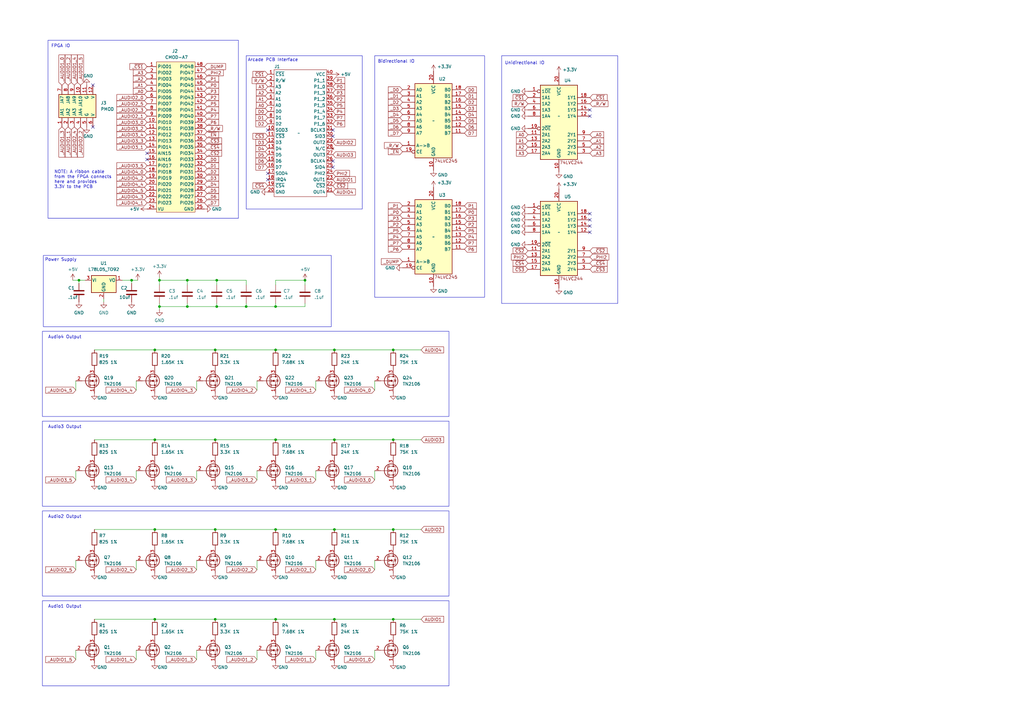
<source format=kicad_sch>
(kicad_sch (version 20230121) (generator eeschema)
  (paper "A3")
  (junction (at 113.03 217.17))
  (junction (at 137.16 254))
  (junction (at 63.5 180.34))
  (junction (at 88.9 114.935))
  (junction (at 65.405 125.73))
  (junction (at 63.5 217.17))
  (junction (at 161.29 180.34))
  (junction (at 137.16 217.17))
  (junction (at 88.265 217.17))
  (junction (at 113.03 143.51))
  (junction (at 88.265 254))
  (junction (at 137.16 143.51))
  (junction (at 113.03 125.73))
  (junction (at 63.5 143.51))
  (junction (at 65.405 114.935))
  (junction (at 161.29 217.17))
  (junction (at 137.16 180.34))
  (junction (at 88.265 180.34))
  (junction (at 125.095 114.935))
  (junction (at 113.03 180.34))
  (junction (at 161.29 254))
  (junction (at 88.9 125.73))
  (junction (at 88.265 143.51))
  (junction (at 100.965 125.73))
  (junction (at 76.835 114.935))
  (junction (at 161.29 143.51))
  (junction (at 53.975 114.935))
  (junction (at 63.5 254))
  (junction (at 32.385 114.935))
  (junction (at 76.835 125.73))
  (junction (at 113.03 254))
  (no_connect (at 241.935 45.085))
  (no_connect (at 136.525 53.34))
  (no_connect (at 241.935 47.625))
  (no_connect (at 60.325 62.865))
  (no_connect (at 136.525 66.04))
  (no_connect (at 241.935 92.71))
  (no_connect (at 38.1 52.07))
  (no_connect (at 241.935 90.17))
  (no_connect (at 109.855 73.66))
  (no_connect (at 109.855 71.12))
  (no_connect (at 241.935 95.25))
  (no_connect (at 136.525 55.88))
  (no_connect (at 136.525 68.58))
  (no_connect (at 109.855 53.34))
  (no_connect (at 60.325 65.405))
  (no_connect (at 241.935 87.63))
  (no_connect (at 38.1 34.925))
  (wire (pts (xy 65.405 113.665) (xy 65.405 114.935)))
  (wire (pts (xy 88.265 254) (xy 113.03 254)))
  (wire (pts (xy 38.735 143.51) (xy 63.5 143.51)))
  (wire (pts (xy 38.735 254) (xy 63.5 254)))
  (wire (pts (xy 88.9 125.73) (xy 100.965 125.73)))
  (wire (pts (xy 80.645 266.7) (xy 80.645 270.51)))
  (wire (pts (xy 100.965 125.73) (xy 100.965 124.46)))
  (wire (pts (xy 113.03 217.17) (xy 137.16 217.17)))
  (wire (pts (xy 55.88 156.21) (xy 55.88 160.02)))
  (wire (pts (xy 100.965 114.935) (xy 100.965 116.84)))
  (wire (pts (xy 88.9 124.46) (xy 88.9 125.73)))
  (wire (pts (xy 55.88 266.7) (xy 55.88 270.51)))
  (wire (pts (xy 65.405 114.935) (xy 65.405 116.84)))
  (wire (pts (xy 88.265 143.51) (xy 113.03 143.51)))
  (wire (pts (xy 105.41 193.04) (xy 105.41 196.85)))
  (wire (pts (xy 80.645 156.21) (xy 80.645 160.02)))
  (wire (pts (xy 129.54 193.04) (xy 129.54 196.85)))
  (wire (pts (xy 31.115 266.7) (xy 31.115 270.51)))
  (wire (pts (xy 65.405 125.73) (xy 76.835 125.73)))
  (wire (pts (xy 113.03 116.84) (xy 113.03 114.935)))
  (wire (pts (xy 105.41 156.21) (xy 105.41 160.02)))
  (wire (pts (xy 53.975 114.935) (xy 56.515 114.935)))
  (wire (pts (xy 161.29 143.51) (xy 172.72 143.51)))
  (wire (pts (xy 76.835 125.73) (xy 76.835 124.46)))
  (wire (pts (xy 153.67 193.04) (xy 153.67 196.85)))
  (wire (pts (xy 76.835 114.935) (xy 88.9 114.935)))
  (wire (pts (xy 161.29 254) (xy 172.72 254)))
  (wire (pts (xy 55.88 229.87) (xy 55.88 233.68)))
  (wire (pts (xy 88.9 125.73) (xy 76.835 125.73)))
  (wire (pts (xy 38.735 180.34) (xy 63.5 180.34)))
  (wire (pts (xy 63.5 254) (xy 88.265 254)))
  (wire (pts (xy 129.54 156.21) (xy 129.54 160.02)))
  (wire (pts (xy 153.67 156.21) (xy 153.67 160.02)))
  (wire (pts (xy 113.03 254) (xy 137.16 254)))
  (wire (pts (xy 137.16 254) (xy 161.29 254)))
  (wire (pts (xy 113.03 125.73) (xy 125.095 125.73)))
  (wire (pts (xy 125.095 125.73) (xy 125.095 124.46)))
  (wire (pts (xy 88.265 180.34) (xy 113.03 180.34)))
  (wire (pts (xy 53.975 114.935) (xy 53.975 116.205)))
  (wire (pts (xy 88.9 114.935) (xy 88.9 116.84)))
  (wire (pts (xy 50.165 114.935) (xy 53.975 114.935)))
  (wire (pts (xy 137.16 217.17) (xy 161.29 217.17)))
  (wire (pts (xy 63.5 217.17) (xy 88.265 217.17)))
  (wire (pts (xy 88.9 114.935) (xy 100.965 114.935)))
  (wire (pts (xy 161.29 180.34) (xy 172.72 180.34)))
  (wire (pts (xy 29.845 114.935) (xy 32.385 114.935)))
  (wire (pts (xy 65.405 124.46) (xy 65.405 125.73)))
  (wire (pts (xy 42.545 123.825) (xy 42.545 122.555)))
  (wire (pts (xy 65.405 114.935) (xy 76.835 114.935)))
  (wire (pts (xy 113.03 114.935) (xy 125.095 114.935)))
  (wire (pts (xy 32.385 114.935) (xy 32.385 116.205)))
  (wire (pts (xy 38.735 217.17) (xy 63.5 217.17)))
  (wire (pts (xy 105.41 266.7) (xy 105.41 270.51)))
  (wire (pts (xy 137.16 180.34) (xy 161.29 180.34)))
  (wire (pts (xy 63.5 180.34) (xy 88.265 180.34)))
  (wire (pts (xy 153.67 229.87) (xy 153.67 233.68)))
  (wire (pts (xy 31.115 229.87) (xy 31.115 233.68)))
  (wire (pts (xy 80.645 193.04) (xy 80.645 196.85)))
  (wire (pts (xy 129.54 229.87) (xy 129.54 233.68)))
  (wire (pts (xy 113.03 180.34) (xy 137.16 180.34)))
  (wire (pts (xy 137.16 143.51) (xy 161.29 143.51)))
  (wire (pts (xy 80.645 229.87) (xy 80.645 233.68)))
  (wire (pts (xy 113.03 124.46) (xy 113.03 125.73)))
  (wire (pts (xy 76.835 114.935) (xy 76.835 116.84)))
  (wire (pts (xy 105.41 229.87) (xy 105.41 233.68)))
  (wire (pts (xy 31.115 156.21) (xy 31.115 160.02)))
  (wire (pts (xy 100.965 125.73) (xy 113.03 125.73)))
  (wire (pts (xy 125.095 114.935) (xy 125.095 116.84)))
  (wire (pts (xy 63.5 143.51) (xy 88.265 143.51)))
  (wire (pts (xy 65.405 125.73) (xy 65.405 127)))
  (wire (pts (xy 55.88 193.04) (xy 55.88 196.85)))
  (wire (pts (xy 153.67 266.7) (xy 153.67 270.51)))
  (wire (pts (xy 129.54 266.7) (xy 129.54 270.51)))
  (wire (pts (xy 113.03 143.51) (xy 137.16 143.51)))
  (wire (pts (xy 88.265 217.17) (xy 113.03 217.17)))
  (wire (pts (xy 32.385 114.935) (xy 34.925 114.935)))
  (wire (pts (xy 161.29 217.17) (xy 172.72 217.17)))
  (wire (pts (xy 31.115 193.04) (xy 31.115 196.85)))
  (rectangle (start 100.965 22.86) (end 148.59 85.725))
  (rectangle (start 17.78 104.775) (end 135.89 133.985))
  (rectangle (start 17.399 172.72) (end 184.15 207.645))
  (rectangle (start 205.74 22.86) (end 253.365 124.46))
  (rectangle (start 17.399 209.55) (end 184.15 244.475))
  (rectangle (start 19.685 16.51) (end 97.79 89.535))
  (rectangle (start 153.67 22.86) (end 198.755 121.92))
  (rectangle (start 17.399 135.89) (end 184.15 170.815))
  (rectangle (start 17.399 246.38) (end 184.15 281.305))
  (text "Arcade PCB Interface" (at 101.6 25.4 0) (effects (font (size 1.27 1.27)) (justify left bottom)))
  (text "Audio4 Output" (at 19.685 139.065 0) (effects (font (size 1.27 1.27)) (justify left bottom)))
  (text "Power Supply" (at 18.415 107.315 0) (effects (font (size 1.27 1.27)) (justify left bottom)))
  (text "Bidirectional IO" (at 154.94 26.035 0) (effects (font (size 1.27 1.27)) (justify left bottom)))
  (text "Unidirectional IO" (at 207.01 26.67 0) (effects (font (size 1.27 1.27)) (justify left bottom)))
  (text "FPGA IO" (at 20.955 19.685 0) (effects (font (size 1.27 1.27)) (justify left bottom)))
  (text "Audio2 Output" (at 19.685 212.725 0) (effects (font (size 1.27 1.27)) (justify left bottom)))
  (text "Audio1 Output" (at 19.685 249.555 0) (effects (font (size 1.27 1.27)) (justify left bottom)))
  (text "NOTE: A ribbon cable \nfrom the FPGA connects\nhere and provides\n3.3V to the PCB" (at 22.225 77.47 0) (effects (font (size 1.27 1.27)) (justify left bottom)))
  (text "Audio3 Output" (at 19.685 175.895 0) (effects (font (size 1.27 1.27)) (justify left bottom)))
  (global_label "D4" (shape input) (at 109.855 60.96 180) (property "Intersheetrefs" "${INTERSHEET_REFS}" (effects hide)))
  (global_label "D2" (shape input) (at 190.5 41.91 0) (property "Intersheetrefs" "${INTERSHEET_REFS}" (effects hide)))
  (global_label "_AUDIO3_0" (shape input) (at 60.325 50.165 180) (property "Intersheetrefs" "${INTERSHEET_REFS}" (effects hide)))
  (global_label "A1" (shape input) (at 216.535 57.785 180) (property "Intersheetrefs" "${INTERSHEET_REFS}" (effects hide)))
  (global_label "_AUDIO3_4" (shape input) (at 55.88 196.85 180) (property "Intersheetrefs" "${INTERSHEET_REFS}" (effects hide)))
  (global_label "_R{slash}W" (shape input) (at 83.82 52.705 0) (property "Intersheetrefs" "${INTERSHEET_REFS}" (effects hide)))
  (global_label "_AUDIO1_2" (shape input) (at 27.94 34.925 90) (property "Intersheetrefs" "${INTERSHEET_REFS}" (effects hide)))
  (global_label "_D6" (shape input) (at 83.82 80.645 0) (property "Intersheetrefs" "${INTERSHEET_REFS}" (effects hide)))
  (global_label "P5" (shape input) (at 136.525 43.18 0) (property "Intersheetrefs" "${INTERSHEET_REFS}" (effects hide)))
  (global_label "_~{CS1}" (shape input) (at 60.325 27.305 180) (property "Intersheetrefs" "${INTERSHEET_REFS}" (effects hide)))
  (global_label "_A2" (shape input) (at 60.325 32.385 180) (property "Intersheetrefs" "${INTERSHEET_REFS}" (effects hide)))
  (global_label "AUDIO3" (shape input) (at 172.72 180.34 0) (property "Intersheetrefs" "${INTERSHEET_REFS}" (effects hide)))
  (global_label "_P2" (shape input) (at 83.82 40.005 0) (property "Intersheetrefs" "${INTERSHEET_REFS}" (effects hide)))
  (global_label "_AUDIO3_5" (shape input) (at 60.325 67.945 180) (property "Intersheetrefs" "${INTERSHEET_REFS}" (effects hide)))
  (global_label "_R{slash}W" (shape input) (at 165.1 59.69 180) (property "Intersheetrefs" "${INTERSHEET_REFS}" (effects hide)))
  (global_label "P4" (shape input) (at 190.5 97.155 0) (property "Intersheetrefs" "${INTERSHEET_REFS}" (effects hide)))
  (global_label "R{slash}W" (shape input) (at 109.855 33.02 180) (property "Intersheetrefs" "${INTERSHEET_REFS}" (effects hide)))
  (global_label "P4" (shape input) (at 136.525 45.72 0) (property "Intersheetrefs" "${INTERSHEET_REFS}" (effects hide)))
  (global_label "_~{CS2}" (shape input) (at 241.935 102.87 0) (property "Intersheetrefs" "${INTERSHEET_REFS}" (effects hide)))
  (global_label "_~{CS3}" (shape input) (at 83.82 57.785 0) (property "Intersheetrefs" "${INTERSHEET_REFS}" (effects hide)))
  (global_label "R{slash}W" (shape input) (at 216.535 42.545 180) (property "Intersheetrefs" "${INTERSHEET_REFS}" (effects hide)))
  (global_label "PHI2" (shape input) (at 136.525 71.12 0) (property "Intersheetrefs" "${INTERSHEET_REFS}" (effects hide)))
  (global_label "AUDIO1" (shape input) (at 172.72 254 0) (property "Intersheetrefs" "${INTERSHEET_REFS}" (effects hide)))
  (global_label "P7" (shape input) (at 136.525 48.26 0) (property "Intersheetrefs" "${INTERSHEET_REFS}" (effects hide)))
  (global_label "_AUDIO2_1" (shape input) (at 129.54 233.68 180) (property "Intersheetrefs" "${INTERSHEET_REFS}" (effects hide)))
  (global_label "D6" (shape input) (at 190.5 52.07 0) (property "Intersheetrefs" "${INTERSHEET_REFS}" (effects hide)))
  (global_label "_A1" (shape input) (at 60.325 34.925 180) (property "Intersheetrefs" "${INTERSHEET_REFS}" (effects hide)))
  (global_label "_D5" (shape input) (at 83.82 78.105 0) (property "Intersheetrefs" "${INTERSHEET_REFS}" (effects hide)))
  (global_label "AUDIO1" (shape input) (at 136.525 73.66 0) (property "Intersheetrefs" "${INTERSHEET_REFS}" (effects hide)))
  (global_label "~{_EN}" (shape input) (at 165.1 62.23 180) (property "Intersheetrefs" "${INTERSHEET_REFS}" (effects hide)))
  (global_label "_AUDIO1_4" (shape input) (at 55.88 270.51 180) (property "Intersheetrefs" "${INTERSHEET_REFS}" (effects hide)))
  (global_label "_AUDIO2_0" (shape input) (at 153.67 233.68 180) (property "Intersheetrefs" "${INTERSHEET_REFS}" (effects hide)))
  (global_label "_D7" (shape input) (at 83.82 83.185 0) (property "Intersheetrefs" "${INTERSHEET_REFS}" (effects hide)))
  (global_label "_AUDIO4_2" (shape input) (at 105.41 160.02 180) (property "Intersheetrefs" "${INTERSHEET_REFS}" (effects hide)))
  (global_label "AUDIO4" (shape input) (at 172.72 143.51 0) (property "Intersheetrefs" "${INTERSHEET_REFS}" (effects hide)))
  (global_label "_D7" (shape input) (at 165.1 54.61 180) (property "Intersheetrefs" "${INTERSHEET_REFS}" (effects hide)))
  (global_label "D3" (shape input) (at 109.855 58.42 180) (property "Intersheetrefs" "${INTERSHEET_REFS}" (effects hide)))
  (global_label "_P1" (shape input) (at 83.82 32.385 0) (property "Intersheetrefs" "${INTERSHEET_REFS}" (effects hide)))
  (global_label "_AUDIO4_1" (shape input) (at 129.54 160.02 180) (property "Intersheetrefs" "${INTERSHEET_REFS}" (effects hide)))
  (global_label "_~{CS1}" (shape input) (at 241.935 40.005 0) (property "Intersheetrefs" "${INTERSHEET_REFS}" (effects hide)))
  (global_label "_A0" (shape input) (at 241.935 55.245 0) (property "Intersheetrefs" "${INTERSHEET_REFS}" (effects hide)))
  (global_label "_~{CS4}" (shape input) (at 83.82 60.325 0) (property "Intersheetrefs" "${INTERSHEET_REFS}" (effects hide)))
  (global_label "~{CS4}" (shape input) (at 109.855 76.2 180) (property "Intersheetrefs" "${INTERSHEET_REFS}" (effects hide)))
  (global_label "_~{CS3}" (shape input) (at 241.935 110.49 0) (property "Intersheetrefs" "${INTERSHEET_REFS}" (effects hide)))
  (global_label "PHI2" (shape input) (at 216.535 105.41 180) (property "Intersheetrefs" "${INTERSHEET_REFS}" (effects hide)))
  (global_label "_AUDIO1_5" (shape input) (at 31.115 270.51 180) (property "Intersheetrefs" "${INTERSHEET_REFS}" (effects hide)))
  (global_label "A1" (shape input) (at 109.855 40.64 180) (property "Intersheetrefs" "${INTERSHEET_REFS}" (effects hide)))
  (global_label "A0" (shape input) (at 216.535 55.245 180) (property "Intersheetrefs" "${INTERSHEET_REFS}" (effects hide)))
  (global_label "_A2" (shape input) (at 241.935 60.325 0) (property "Intersheetrefs" "${INTERSHEET_REFS}" (effects hide)))
  (global_label "A3" (shape input) (at 216.535 62.865 180) (property "Intersheetrefs" "${INTERSHEET_REFS}" (effects hide)))
  (global_label "_AUDIO4_0" (shape input) (at 153.67 160.02 180) (property "Intersheetrefs" "${INTERSHEET_REFS}" (effects hide)))
  (global_label "_P3" (shape input) (at 165.1 89.535 180) (property "Intersheetrefs" "${INTERSHEET_REFS}" (effects hide)))
  (global_label "_AUDIO3_2" (shape input) (at 105.41 196.85 180) (property "Intersheetrefs" "${INTERSHEET_REFS}" (effects hide)))
  (global_label "_AUDIO3_1" (shape input) (at 60.325 60.325 180) (property "Intersheetrefs" "${INTERSHEET_REFS}" (effects hide)))
  (global_label "P1" (shape input) (at 136.525 33.02 0) (property "Intersheetrefs" "${INTERSHEET_REFS}" (effects hide)))
  (global_label "_AUDIO2_1" (shape input) (at 60.325 47.625 180) (property "Intersheetrefs" "${INTERSHEET_REFS}" (effects hide)))
  (global_label "_AUDIO4_3" (shape input) (at 80.645 160.02 180) (property "Intersheetrefs" "${INTERSHEET_REFS}" (effects hide)))
  (global_label "_AUDIO1_0" (shape input) (at 153.67 270.51 180) (property "Intersheetrefs" "${INTERSHEET_REFS}" (effects hide)))
  (global_label "AUDIO2" (shape input) (at 136.525 58.42 0) (property "Intersheetrefs" "${INTERSHEET_REFS}" (effects hide)))
  (global_label "~{CS3}" (shape input) (at 109.855 55.88 180) (property "Intersheetrefs" "${INTERSHEET_REFS}" (effects hide)))
  (global_label "_P0" (shape input) (at 83.82 34.925 0) (property "Intersheetrefs" "${INTERSHEET_REFS}" (effects hide)))
  (global_label "P7" (shape input) (at 190.5 99.695 0) (property "Intersheetrefs" "${INTERSHEET_REFS}" (effects hide)))
  (global_label "D0" (shape input) (at 190.5 36.83 0) (property "Intersheetrefs" "${INTERSHEET_REFS}" (effects hide)))
  (global_label "_AUDIO2_3" (shape input) (at 60.325 45.085 180) (property "Intersheetrefs" "${INTERSHEET_REFS}" (effects hide)))
  (global_label "_AUDIO2_4" (shape input) (at 55.88 233.68 180) (property "Intersheetrefs" "${INTERSHEET_REFS}" (effects hide)))
  (global_label "_~{CS2}" (shape input) (at 83.82 62.865 0) (property "Intersheetrefs" "${INTERSHEET_REFS}" (effects hide)))
  (global_label "D0" (shape input) (at 109.855 45.72 180) (property "Intersheetrefs" "${INTERSHEET_REFS}" (effects hide)))
  (global_label "_AUDIO1_1" (shape input) (at 27.94 52.07 270) (property "Intersheetrefs" "${INTERSHEET_REFS}" (effects hide)))
  (global_label "~{_EN}" (shape input) (at 83.82 55.245 0) (property "Intersheetrefs" "${INTERSHEET_REFS}" (effects hide)))
  (global_label "P3" (shape input) (at 136.525 38.1 0) (property "Intersheetrefs" "${INTERSHEET_REFS}" (effects hide)))
  (global_label "P6" (shape input) (at 136.525 50.8 0) (property "Intersheetrefs" "${INTERSHEET_REFS}" (effects hide)))
  (global_label "_D3" (shape input) (at 165.1 44.45 180) (property "Intersheetrefs" "${INTERSHEET_REFS}" (effects hide)))
  (global_label "~{CS3}" (shape input) (at 216.535 110.49 180) (property "Intersheetrefs" "${INTERSHEET_REFS}" (effects hide)))
  (global_label "_AUDIO4_3" (shape input) (at 60.325 80.645 180) (property "Intersheetrefs" "${INTERSHEET_REFS}" (effects hide)))
  (global_label "_D5" (shape input) (at 165.1 49.53 180) (property "Intersheetrefs" "${INTERSHEET_REFS}" (effects hide)))
  (global_label "P5" (shape input) (at 190.5 94.615 0) (property "Intersheetrefs" "${INTERSHEET_REFS}" (effects hide)))
  (global_label "P1" (shape input) (at 190.5 84.455 0) (property "Intersheetrefs" "${INTERSHEET_REFS}" (effects hide)))
  (global_label "P0" (shape input) (at 136.525 35.56 0) (property "Intersheetrefs" "${INTERSHEET_REFS}" (effects hide)))
  (global_label "_D0" (shape input) (at 83.82 65.405 0) (property "Intersheetrefs" "${INTERSHEET_REFS}" (effects hide)))
  (global_label "_DUMP" (shape input) (at 83.82 27.305 0) (property "Intersheetrefs" "${INTERSHEET_REFS}" (effects hide)))
  (global_label "_D3" (shape input) (at 83.82 73.025 0) (property "Intersheetrefs" "${INTERSHEET_REFS}" (effects hide)))
  (global_label "_DUMP" (shape input) (at 165.1 107.315 180) (property "Intersheetrefs" "${INTERSHEET_REFS}" (effects hide)))
  (global_label "_PHI2" (shape input) (at 83.82 29.845 0) (property "Intersheetrefs" "${INTERSHEET_REFS}" (effects hide)))
  (global_label "D2" (shape input) (at 109.855 50.8 180) (property "Intersheetrefs" "${INTERSHEET_REFS}" (effects hide)))
  (global_label "_P7" (shape input) (at 83.82 47.625 0) (property "Intersheetrefs" "${INTERSHEET_REFS}" (effects hide)))
  (global_label "_D4" (shape input) (at 165.1 46.99 180) (property "Intersheetrefs" "${INTERSHEET_REFS}" (effects hide)))
  (global_label "D5" (shape input) (at 190.5 49.53 0) (property "Intersheetrefs" "${INTERSHEET_REFS}" (effects hide)))
  (global_label "~{CS2}" (shape input) (at 216.535 102.87 180) (property "Intersheetrefs" "${INTERSHEET_REFS}" (effects hide)))
  (global_label "_P6" (shape input) (at 165.1 102.235 180) (property "Intersheetrefs" "${INTERSHEET_REFS}" (effects hide)))
  (global_label "~{CS1}" (shape input) (at 216.535 40.005 180) (property "Intersheetrefs" "${INTERSHEET_REFS}" (effects hide)))
  (global_label "_AUDIO1_1" (shape input) (at 129.54 270.51 180) (property "Intersheetrefs" "${INTERSHEET_REFS}" (effects hide)))
  (global_label "_AUDIO3_2" (shape input) (at 60.325 52.705 180) (property "Intersheetrefs" "${INTERSHEET_REFS}" (effects hide)))
  (global_label "P2" (shape input) (at 190.5 92.075 0) (property "Intersheetrefs" "${INTERSHEET_REFS}" (effects hide)))
  (global_label "A0" (shape input) (at 109.855 43.18 180) (property "Intersheetrefs" "${INTERSHEET_REFS}" (effects hide)))
  (global_label "D6" (shape input) (at 109.855 66.04 180) (property "Intersheetrefs" "${INTERSHEET_REFS}" (effects hide)))
  (global_label "_AUDIO2_4" (shape input) (at 30.48 52.07 270) (property "Intersheetrefs" "${INTERSHEET_REFS}" (effects hide)))
  (global_label "D4" (shape input) (at 190.5 46.99 0) (property "Intersheetrefs" "${INTERSHEET_REFS}" (effects hide)))
  (global_label "_AUDIO1_0" (shape input) (at 25.4 34.925 90) (property "Intersheetrefs" "${INTERSHEET_REFS}" (effects hide)))
  (global_label "_AUDIO4_4" (shape input) (at 60.325 75.565 180) (property "Intersheetrefs" "${INTERSHEET_REFS}" (effects hide)))
  (global_label "_AUDIO3_3" (shape input) (at 60.325 57.785 180) (property "Intersheetrefs" "${INTERSHEET_REFS}" (effects hide)))
  (global_label "_AUDIO4_5" (shape input) (at 31.115 160.02 180) (property "Intersheetrefs" "${INTERSHEET_REFS}" (effects hide)))
  (global_label "~{CS4}" (shape input) (at 216.535 107.95 180) (property "Intersheetrefs" "${INTERSHEET_REFS}" (effects hide)))
  (global_label "AUDIO2" (shape input) (at 172.72 217.17 0) (property "Intersheetrefs" "${INTERSHEET_REFS}" (effects hide)))
  (global_label "~{CS2}" (shape input) (at 136.525 76.2 0) (property "Intersheetrefs" "${INTERSHEET_REFS}" (effects hide)))
  (global_label "_P5" (shape input) (at 83.82 42.545 0) (property "Intersheetrefs" "${INTERSHEET_REFS}" (effects hide)))
  (global_label "_AUDIO3_0" (shape input) (at 153.67 196.85 180) (property "Intersheetrefs" "${INTERSHEET_REFS}" (effects hide)))
  (global_label "_AUDIO1_5" (shape input) (at 33.02 34.925 90) (property "Intersheetrefs" "${INTERSHEET_REFS}" (effects hide)))
  (global_label "_AUDIO3_4" (shape input) (at 60.325 55.245 180) (property "Intersheetrefs" "${INTERSHEET_REFS}" (effects hide)))
  (global_label "_P4" (shape input) (at 165.1 97.155 180) (property "Intersheetrefs" "${INTERSHEET_REFS}" (effects hide)))
  (global_label "_R{slash}W" (shape input) (at 241.935 42.545 0) (property "Intersheetrefs" "${INTERSHEET_REFS}" (effects hide)))
  (global_label "A2" (shape input) (at 109.855 38.1 180) (property "Intersheetrefs" "${INTERSHEET_REFS}" (effects hide)))
  (global_label "A2" (shape input) (at 216.535 60.325 180) (property "Intersheetrefs" "${INTERSHEET_REFS}" (effects hide)))
  (global_label "_D6" (shape input) (at 165.1 52.07 180) (property "Intersheetrefs" "${INTERSHEET_REFS}" (effects hide)))
  (global_label "D7" (shape input) (at 190.5 54.61 0) (property "Intersheetrefs" "${INTERSHEET_REFS}" (effects hide)))
  (global_label "_P4" (shape input) (at 83.82 45.085 0) (property "Intersheetrefs" "${INTERSHEET_REFS}" (effects hide)))
  (global_label "D3" (shape input) (at 190.5 44.45 0) (property "Intersheetrefs" "${INTERSHEET_REFS}" (effects hide)))
  (global_label "AUDIO4" (shape input) (at 136.525 78.74 0) (property "Intersheetrefs" "${INTERSHEET_REFS}" (effects hide)))
  (global_label "D7" (shape input) (at 109.855 68.58 180) (property "Intersheetrefs" "${INTERSHEET_REFS}" (effects hide)))
  (global_label "_D1" (shape input) (at 83.82 67.945 0) (property "Intersheetrefs" "${INTERSHEET_REFS}" (effects hide)))
  (global_label "_AUDIO2_5" (shape input) (at 60.325 42.545 180) (property "Intersheetrefs" "${INTERSHEET_REFS}" (effects hide)))
  (global_label "_AUDIO4_2" (shape input) (at 60.325 73.025 180) (property "Intersheetrefs" "${INTERSHEET_REFS}" (effects hide)))
  (global_label "_AUDIO3_5" (shape input) (at 31.115 196.85 180) (property "Intersheetrefs" "${INTERSHEET_REFS}" (effects hide)))
  (global_label "D1" (shape input) (at 190.5 39.37 0) (property "Intersheetrefs" "${INTERSHEET_REFS}" (effects hide)))
  (global_label "_D2" (shape input) (at 83.82 70.485 0) (property "Intersheetrefs" "${INTERSHEET_REFS}" (effects hide)))
  (global_label "D5" (shape input) (at 109.855 63.5 180) (property "Intersheetrefs" "${INTERSHEET_REFS}" (effects hide)))
  (global_label "_AUDIO3_3" (shape input) (at 80.645 196.85 180) (property "Intersheetrefs" "${INTERSHEET_REFS}" (effects hide)))
  (global_label "~{CS1}" (shape input) (at 109.855 30.48 180) (property "Intersheetrefs" "${INTERSHEET_REFS}" (effects hide)))
  (global_label "_P2" (shape input) (at 165.1 92.075 180) (property "Intersheetrefs" "${INTERSHEET_REFS}" (effects hide)))
  (global_label "_A3" (shape input) (at 60.325 29.845 180) (property "Intersheetrefs" "${INTERSHEET_REFS}" (effects hide)))
  (global_label "_A3" (shape input) (at 241.935 62.865 0) (property "Intersheetrefs" "${INTERSHEET_REFS}" (effects hide)))
  (global_label "_AUDIO4_5" (shape input) (at 60.325 78.105 180) (property "Intersheetrefs" "${INTERSHEET_REFS}" (effects hide)))
  (global_label "_D2" (shape input) (at 165.1 41.91 180) (property "Intersheetrefs" "${INTERSHEET_REFS}" (effects hide)))
  (global_label "A3" (shape input) (at 109.855 35.56 180) (property "Intersheetrefs" "${INTERSHEET_REFS}" (effects hide)))
  (global_label "_AUDIO4_4" (shape input) (at 55.88 160.02 180) (property "Intersheetrefs" "${INTERSHEET_REFS}" (effects hide)))
  (global_label "_AUDIO1_4" (shape input) (at 30.48 34.925 90) (property "Intersheetrefs" "${INTERSHEET_REFS}" (effects hide)))
  (global_label "_D0" (shape input) (at 165.1 36.83 180) (property "Intersheetrefs" "${INTERSHEET_REFS}" (effects hide)))
  (global_label "_P3" (shape input) (at 83.82 37.465 0) (property "Intersheetrefs" "${INTERSHEET_REFS}" (effects hide)))
  (global_label "_P0" (shape input) (at 165.1 86.995 180) (property "Intersheetrefs" "${INTERSHEET_REFS}" (effects hide)))
  (global_label "_P5" (shape input) (at 165.1 94.615 180) (property "Intersheetrefs" "${INTERSHEET_REFS}" (effects hide)))
  (global_label "_AUDIO2_2" (shape input) (at 33.02 52.07 270) (property "Intersheetrefs" "${INTERSHEET_REFS}" (effects hide)))
  (global_label "_D4" (shape input) (at 83.82 75.565 0) (property "Intersheetrefs" "${INTERSHEET_REFS}" (effects hide)))
  (global_label "_AUDIO2_2" (shape input) (at 105.41 233.68 180) (property "Intersheetrefs" "${INTERSHEET_REFS}" (effects hide)))
  (global_label "_PHI2" (shape input) (at 241.935 105.41 0) (property "Intersheetrefs" "${INTERSHEET_REFS}" (effects hide)))
  (global_label "_AUDIO1_3" (shape input) (at 25.4 52.07 270) (property "Intersheetrefs" "${INTERSHEET_REFS}" (effects hide)))
  (global_label "_AUDIO4_0" (shape input) (at 60.325 70.485 180) (property "Intersheetrefs" "${INTERSHEET_REFS}" (effects hide)))
  (global_label "_AUDIO2_0" (shape input) (at 60.325 40.005 180) (property "Intersheetrefs" "${INTERSHEET_REFS}" (effects hide)))
  (global_label "P3" (shape input) (at 190.5 89.535 0) (property "Intersheetrefs" "${INTERSHEET_REFS}" (effects hide)))
  (global_label "_~{CS4}" (shape input) (at 241.935 107.95 0) (property "Intersheetrefs" "${INTERSHEET_REFS}" (effects hide)))
  (global_label "P6" (shape input) (at 190.5 102.235 0) (property "Intersheetrefs" "${INTERSHEET_REFS}" (effects hide)))
  (global_label "AUDIO3" (shape input) (at 136.525 63.5 0) (property "Intersheetrefs" "${INTERSHEET_REFS}" (effects hide)))
  (global_label "_D1" (shape input) (at 165.1 39.37 180) (property "Intersheetrefs" "${INTERSHEET_REFS}" (effects hide)))
  (global_label "_AUDIO2_3" (shape input) (at 80.645 233.68 180) (property "Intersheetrefs" "${INTERSHEET_REFS}" (effects hide)))
  (global_label "_P6" (shape input) (at 83.82 50.165 0) (property "Intersheetrefs" "${INTERSHEET_REFS}" (effects hide)))
  (global_label "_AUDIO1_2" (shape input) (at 105.41 270.51 180) (property "Intersheetrefs" "${INTERSHEET_REFS}" (effects hide)))
  (global_label "_P1" (shape input) (at 165.1 84.455 180) (property "Intersheetrefs" "${INTERSHEET_REFS}" (effects hide)))
  (global_label "_AUDIO1_3" (shape input) (at 80.645 270.51 180) (property "Intersheetrefs" "${INTERSHEET_REFS}" (effects hide)))
  (global_label "_A1" (shape input) (at 241.935 57.785 0) (property "Intersheetrefs" "${INTERSHEET_REFS}" (effects hide)))
  (global_label "P0" (shape input) (at 190.5 86.995 0) (property "Intersheetrefs" "${INTERSHEET_REFS}" (effects hide)))
  (global_label "_P7" (shape input) (at 165.1 99.695 180) (property "Intersheetrefs" "${INTERSHEET_REFS}" (effects hide)))
  (global_label "_AUDIO2_5" (shape input) (at 31.115 233.68 180) (property "Intersheetrefs" "${INTERSHEET_REFS}" (effects hide)))
  (global_label "P2" (shape input) (at 136.525 40.64 0) (property "Intersheetrefs" "${INTERSHEET_REFS}" (effects hide)))
  (global_label "_AUDIO4_1" (shape input) (at 60.325 83.185 180) (property "Intersheetrefs" "${INTERSHEET_REFS}" (effects hide)))
  (global_label "_A0" (shape input) (at 60.325 37.465 180) (property "Intersheetrefs" "${INTERSHEET_REFS}" (effects hide)))
  (global_label "_AUDIO3_1" (shape input) (at 129.54 196.85 180) (property "Intersheetrefs" "${INTERSHEET_REFS}" (effects hide)))
  (global_label "D1" (shape input) (at 109.855 48.26 180) (property "Intersheetrefs" "${INTERSHEET_REFS}" (effects hide)))
  (symbol (lib_name "GND_1") (lib_id "power:GND") (at 137.16 234.95 0) (unit 1)
    (property "Reference" "#PWR011" (effects hide))
    (property "Value" "GND" (at 140.335 236.855 0))
  )
  (symbol (lib_id "Device:C") (at 125.095 120.65 0) (unit 1)
    (property "Reference" "C8" (at 128.905 119.38 0) (effects (justify left)))
    (property "Value" ".1uf" (at 128.905 121.92 0) (effects (justify left)))
    (property "Footprint" "Capacitor_THT:C_Axial_L3.8mm_D2.6mm_P10.00mm_Horizontal" (effects hide))
  )
  (symbol (lib_id "Transistor_FET:2N7000") (at 36.195 156.21 0) (unit 1)
    (property "Reference" "Q19" (at 42.545 154.94 0) (effects (justify left)))
    (property "Value" "TN2106" (at 42.545 157.48 0) (effects (justify left)))
    (property "Footprint" "Package_TO_SOT_THT:TO-92_Inline" (effects hide))
    (property "Datasheet" "https://www.vishay.com/docs/70226/70226.pdf" (effects hide))
  )
  (symbol (lib_name "GND_1") (lib_id "power:GND") (at 161.29 234.95 0) (unit 1)
    (property "Reference" "#PWR012" (effects hide))
    (property "Value" "GND" (at 164.465 236.855 0))
  )
  (symbol (lib_name "GND_1") (lib_id "power:GND") (at 42.545 123.825 0) (unit 1)
    (property "Reference" "#PWR033" (effects hide))
    (property "Value" "GND" (at 42.545 128.27 0))
  )
  (symbol (lib_name "GND_1") (lib_id "power:GND") (at 216.535 100.33 270) (unit 1)
    (property "Reference" "#PWR050" (effects hide))
    (property "Value" "GND" (at 211.455 100.33 90))
  )
  (symbol (lib_id "Device:R") (at 161.29 257.81 0) (unit 1)
    (property "Reference" "R6" (at 163.83 256.54 0) (effects (justify left)))
    (property "Value" "75K 1%" (at 163.83 259.08 0) (effects (justify left)))
    (property "Footprint" "Resistor_THT:R_Axial_DIN0207_L6.3mm_D2.5mm_P5.08mm_Vertical" (effects hide))
  )
  (symbol (lib_id "Device:R") (at 63.5 147.32 0) (unit 1)
    (property "Reference" "R20" (at 66.04 146.05 0) (effects (justify left)))
    (property "Value" "1.65K 1%" (at 66.04 148.59 0) (effects (justify left)))
    (property "Footprint" "Resistor_THT:R_Axial_DIN0207_L6.3mm_D2.5mm_P5.08mm_Vertical" (effects hide))
  )
  (symbol (lib_id "Transistor_FET:2N7000") (at 36.195 193.04 0) (unit 1)
    (property "Reference" "Q13" (at 42.545 191.77 0) (effects (justify left)))
    (property "Value" "TN2106" (at 42.545 194.31 0) (effects (justify left)))
    (property "Footprint" "Package_TO_SOT_THT:TO-92_Inline" (effects hide))
    (property "Datasheet" "https://www.vishay.com/docs/70226/70226.pdf" (effects hide))
  )
  (symbol (lib_id "Device:C") (at 53.975 120.015 0) (unit 1)
    (property "Reference" "C2" (at 49.53 118.11 0) (effects (justify left)))
    (property "Value" "10uf" (at 48.895 121.92 0) (effects (justify left)))
    (property "Footprint" "Capacitor_THT:CP_Radial_D5.0mm_P2.00mm" (effects hide))
  )
  (symbol (lib_name "GND_1") (lib_id "power:GND") (at 216.535 92.71 270) (unit 1)
    (property "Reference" "#PWR051" (effects hide))
    (property "Value" "GND" (at 211.455 92.71 90))
  )
  (symbol (lib_id "Transistor_FET:2N7000") (at 85.725 229.87 0) (unit 1)
    (property "Reference" "Q9" (at 92.075 228.6 0) (effects (justify left)))
    (property "Value" "TN2106" (at 92.075 231.14 0) (effects (justify left)))
    (property "Footprint" "Package_TO_SOT_THT:TO-92_Inline" (effects hide))
    (property "Datasheet" "https://www.vishay.com/docs/70226/70226.pdf" (effects hide))
  )
  (symbol (lib_name "GND_5") (lib_id "power:GND") (at 35.56 34.925 180) (unit 1)
    (property "Reference" "#PWR027" (effects hide))
    (property "Value" "GND" (at 36.195 31.115 0))
  )
  (symbol (lib_name "GND_1") (lib_id "power:GND") (at 38.735 198.12 0) (unit 1)
    (property "Reference" "#PWR013" (effects hide))
    (property "Value" "GND" (at 41.91 200.025 0))
  )
  (symbol (lib_id "Regulator_Linear:L78L05_TO92") (at 42.545 114.935 0) (unit 1)
    (property "Reference" "U1" (at 42.545 107.95 0))
    (property "Value" "L78L05_TO92" (at 42.545 110.49 0))
    (property "Footprint" "Package_TO_SOT_THT:TO-92_Inline" (effects hide))
    (property "Datasheet" "http://www.st.com/content/ccc/resource/technical/document/datasheet/15/55/e5/aa/23/5b/43/fd/CD00000446.pdf/files/CD00000446.pdf/jcr:content/translations/en.CD00000446.pdf" (effects hide))
  )
  (symbol (lib_id "POKEY:74LVC245_DIP") (at 177.8 97.155 0) (unit 1)
    (property "Reference" "U3" (at 179.9941 80.01 0) (effects (justify left)))
    (property "Value" "~" (at 177.8 97.155 0))
    (property "Footprint" "POKEY_Footprints:DIP_20" (effects hide))
  )
  (symbol (lib_id "POKEY:74LVC245_DIP") (at 177.8 49.53 0) (unit 1)
    (property "Reference" "U2" (at 179.9941 32.385 0) (effects (justify left)))
    (property "Value" "~" (at 177.8 49.53 0))
    (property "Footprint" "POKEY_Footprints:DIP_20" (effects hide))
  )
  (symbol (lib_id "Transistor_FET:2N7000") (at 36.195 229.87 0) (unit 1)
    (property "Reference" "Q7" (at 42.545 228.6 0) (effects (justify left)))
    (property "Value" "TN2106" (at 42.545 231.14 0) (effects (justify left)))
    (property "Footprint" "Package_TO_SOT_THT:TO-92_Inline" (effects hide))
    (property "Datasheet" "https://www.vishay.com/docs/70226/70226.pdf" (effects hide))
  )
  (symbol (lib_id "Transistor_FET:2N7000") (at 60.96 266.7 0) (unit 1)
    (property "Reference" "Q2" (at 67.31 265.43 0) (effects (justify left)))
    (property "Value" "TN2106" (at 67.31 267.97 0) (effects (justify left)))
    (property "Footprint" "Package_TO_SOT_THT:TO-92_Inline" (effects hide))
    (property "Datasheet" "https://www.vishay.com/docs/70226/70226.pdf" (effects hide))
  )
  (symbol (lib_id "Device:R") (at 38.735 257.81 0) (unit 1)
    (property "Reference" "R1" (at 40.64 256.54 0) (effects (justify left)))
    (property "Value" "825 1%" (at 40.64 259.08 0) (effects (justify left)))
    (property "Footprint" "Resistor_THT:R_Axial_DIN0207_L6.3mm_D2.5mm_P5.08mm_Vertical" (effects hide))
  )
  (symbol (lib_name "GND_1") (lib_id "power:GND") (at 216.535 90.17 270) (unit 1)
    (property "Reference" "#PWR059" (effects hide))
    (property "Value" "GND" (at 211.455 90.17 90))
  )
  (symbol (lib_id "Transistor_FET:2N7000") (at 85.725 193.04 0) (unit 1)
    (property "Reference" "Q15" (at 92.075 191.77 0) (effects (justify left)))
    (property "Value" "TN2106" (at 92.075 194.31 0) (effects (justify left)))
    (property "Footprint" "Package_TO_SOT_THT:TO-92_Inline" (effects hide))
    (property "Datasheet" "https://www.vishay.com/docs/70226/70226.pdf" (effects hide))
  )
  (symbol (lib_id "POKEY:74LVC244 DIP") (at 229.235 97.79 0) (unit 1)
    (property "Reference" "U5" (at 231.4291 80.645 0) (effects (justify left)))
    (property "Value" "~" (at 229.235 95.25 0))
    (property "Footprint" "POKEY_Footprints:DIP_20" (effects hide))
  )
  (symbol (lib_name "+3.3V_2") (lib_id "power:+3.3V") (at 177.8 29.21 0) (unit 1)
    (property "Reference" "#PWR043" (effects hide))
    (property "Value" "+3.3V" (at 182.245 27.305 0))
  )
  (symbol (lib_name "GND_1") (lib_id "power:GND") (at 113.03 198.12 0) (unit 1)
    (property "Reference" "#PWR016" (effects hide))
    (property "Value" "GND" (at 116.205 200.025 0))
  )
  (symbol (lib_id "Transistor_FET:2N7000") (at 134.62 156.21 0) (unit 1)
    (property "Reference" "Q23" (at 140.97 154.94 0) (effects (justify left)))
    (property "Value" "TN2106" (at 140.97 157.48 0) (effects (justify left)))
    (property "Footprint" "Package_TO_SOT_THT:TO-92_Inline" (effects hide))
    (property "Datasheet" "https://www.vishay.com/docs/70226/70226.pdf" (effects hide))
  )
  (symbol (lib_name "+3.3V_2") (lib_id "power:+3.3V") (at 229.235 29.845 0) (unit 1)
    (property "Reference" "#PWR053" (effects hide))
    (property "Value" "+3.3V" (at 233.68 28.575 0))
  )
  (symbol (lib_id "Device:R") (at 38.735 220.98 0) (unit 1)
    (property "Reference" "R7" (at 40.64 219.71 0) (effects (justify left)))
    (property "Value" "825 1%" (at 40.64 222.25 0) (effects (justify left)))
    (property "Footprint" "Resistor_THT:R_Axial_DIN0207_L6.3mm_D2.5mm_P5.08mm_Vertical" (effects hide))
  )
  (symbol (lib_id "Device:R") (at 161.29 220.98 0) (unit 1)
    (property "Reference" "R12" (at 163.83 219.71 0) (effects (justify left)))
    (property "Value" "75K 1%" (at 163.83 222.25 0) (effects (justify left)))
    (property "Footprint" "Resistor_THT:R_Axial_DIN0207_L6.3mm_D2.5mm_P5.08mm_Vertical" (effects hide))
  )
  (symbol (lib_id "Device:R") (at 137.16 220.98 0) (unit 1)
    (property "Reference" "R11" (at 139.7 219.71 0) (effects (justify left)))
    (property "Value" "24K 1%" (at 139.7 222.25 0) (effects (justify left)))
    (property "Footprint" "Resistor_THT:R_Axial_DIN0207_L6.3mm_D2.5mm_P5.08mm_Vertical" (effects hide))
  )
  (symbol (lib_name "GND_1") (lib_id "power:GND") (at 63.5 271.78 0) (unit 1)
    (property "Reference" "#PWR02" (effects hide))
    (property "Value" "GND" (at 66.675 273.685 0))
  )
  (symbol (lib_id "Device:C") (at 113.03 120.65 0) (unit 1)
    (property "Reference" "C7" (at 116.205 119.38 0) (effects (justify left)))
    (property "Value" ".1uf" (at 116.205 121.92 0) (effects (justify left)))
    (property "Footprint" "Capacitor_THT:C_Axial_L3.8mm_D2.6mm_P10.00mm_Horizontal" (effects hide))
  )
  (symbol (lib_name "GND_1") (lib_id "power:GND") (at 216.535 85.09 270) (unit 1)
    (property "Reference" "#PWR049" (effects hide))
    (property "Value" "GND" (at 211.455 85.09 90))
  )
  (symbol (lib_id "Device:R") (at 38.735 184.15 0) (unit 1)
    (property "Reference" "R13" (at 40.64 182.88 0) (effects (justify left)))
    (property "Value" "825 1%" (at 40.64 185.42 0) (effects (justify left)))
    (property "Footprint" "Resistor_THT:R_Axial_DIN0207_L6.3mm_D2.5mm_P5.08mm_Vertical" (effects hide))
  )
  (symbol (lib_id "Device:R") (at 113.03 147.32 0) (unit 1)
    (property "Reference" "R22" (at 115.57 146.05 0) (effects (justify left)))
    (property "Value" "7.68K 1%" (at 115.57 148.59 0) (effects (justify left)))
    (property "Footprint" "Resistor_THT:R_Axial_DIN0207_L6.3mm_D2.5mm_P5.08mm_Vertical" (effects hide))
  )
  (symbol (lib_name "GND_1") (lib_id "power:GND") (at 216.535 37.465 270) (unit 1)
    (property "Reference" "#PWR047" (effects hide))
    (property "Value" "GND" (at 211.455 37.465 90))
  )
  (symbol (lib_id "Transistor_FET:2N7000") (at 60.96 229.87 0) (unit 1)
    (property "Reference" "Q8" (at 67.31 228.6 0) (effects (justify left)))
    (property "Value" "TN2106" (at 67.31 231.14 0) (effects (justify left)))
    (property "Footprint" "Package_TO_SOT_THT:TO-92_Inline" (effects hide))
    (property "Datasheet" "https://www.vishay.com/docs/70226/70226.pdf" (effects hide))
  )
  (symbol (lib_id "Device:R") (at 161.29 147.32 0) (unit 1)
    (property "Reference" "R24" (at 163.83 146.05 0) (effects (justify left)))
    (property "Value" "75K 1%" (at 163.83 148.59 0) (effects (justify left)))
    (property "Footprint" "Resistor_THT:R_Axial_DIN0207_L6.3mm_D2.5mm_P5.08mm_Vertical" (effects hide))
  )
  (symbol (lib_name "GND_1") (lib_id "power:GND") (at 65.405 127 0) (unit 1)
    (property "Reference" "#PWR037" (effects hide))
    (property "Value" "GND" (at 65.405 131.445 0))
  )
  (symbol (lib_id "Transistor_FET:2N7000") (at 110.49 266.7 0) (unit 1)
    (property "Reference" "Q4" (at 116.84 265.43 0) (effects (justify left)))
    (property "Value" "TN2106" (at 116.84 267.97 0) (effects (justify left)))
    (property "Footprint" "Package_TO_SOT_THT:TO-92_Inline" (effects hide))
    (property "Datasheet" "https://www.vishay.com/docs/70226/70226.pdf" (effects hide))
  )
  (symbol (lib_id "Device:C") (at 100.965 120.65 0) (unit 1)
    (property "Reference" "C6" (at 104.775 119.38 0) (effects (justify left)))
    (property "Value" ".1uf" (at 104.775 121.92 0) (effects (justify left)))
    (property "Footprint" "Capacitor_THT:C_Axial_L3.8mm_D2.6mm_P10.00mm_Horizontal" (effects hide))
  )
  (symbol (lib_name "GND_1") (lib_id "power:GND") (at 161.29 161.29 0) (unit 1)
    (property "Reference" "#PWR024" (effects hide))
    (property "Value" "GND" (at 164.465 163.195 0))
  )
  (symbol (lib_name "GND_1") (lib_id "power:GND") (at 137.16 198.12 0) (unit 1)
    (property "Reference" "#PWR017" (effects hide))
    (property "Value" "GND" (at 140.335 200.025 0))
  )
  (symbol (lib_name "GND_1") (lib_id "power:GND") (at 113.03 161.29 0) (unit 1)
    (property "Reference" "#PWR022" (effects hide))
    (property "Value" "GND" (at 116.205 163.195 0))
  )
  (symbol (lib_id "power:GND") (at 109.855 78.74 270) (unit 1)
    (property "Reference" "#PWR025" (effects hide))
    (property "Value" "GND" (at 106.68 78.74 90) (effects (justify right)))
  )
  (symbol (lib_id "Device:R") (at 113.03 257.81 0) (unit 1)
    (property "Reference" "R4" (at 115.57 256.54 0) (effects (justify left)))
    (property "Value" "7.68K 1%" (at 115.57 259.08 0) (effects (justify left)))
    (property "Footprint" "Resistor_THT:R_Axial_DIN0207_L6.3mm_D2.5mm_P5.08mm_Vertical" (effects hide))
  )
  (symbol (lib_name "GND_1") (lib_id "power:GND") (at 63.5 198.12 0) (unit 1)
    (property "Reference" "#PWR014" (effects hide))
    (property "Value" "GND" (at 66.675 200.025 0))
  )
  (symbol (lib_name "+5V_1") (lib_id "power:+5V") (at 29.845 114.935 0) (unit 1)
    (property "Reference" "#PWR031" (effects hide))
    (property "Value" "+5V" (at 29.845 110.49 0))
  )
  (symbol (lib_id "POKEY:PMOD") (at 31.75 43.815 0) (unit 1)
    (property "Reference" "J3" (at 41.275 42.2275 0) (effects (justify left)))
    (property "Value" "PMOD" (at 41.275 44.7675 0) (effects (justify left)))
    (property "Footprint" "POKEY_Footprints:PMOD" (effects hide))
  )
  (symbol (lib_id "Device:R") (at 161.29 184.15 0) (unit 1)
    (property "Reference" "R18" (at 163.83 182.88 0) (effects (justify left)))
    (property "Value" "75K 1%" (at 163.83 185.42 0) (effects (justify left)))
    (property "Footprint" "Resistor_THT:R_Axial_DIN0207_L6.3mm_D2.5mm_P5.08mm_Vertical" (effects hide))
  )
  (symbol (lib_id "Transistor_FET:2N7000") (at 85.725 266.7 0) (unit 1)
    (property "Reference" "Q3" (at 92.075 265.43 0) (effects (justify left)))
    (property "Value" "TN2106" (at 92.075 267.97 0) (effects (justify left)))
    (property "Footprint" "Package_TO_SOT_THT:TO-92_Inline" (effects hide))
    (property "Datasheet" "https://www.vishay.com/docs/70226/70226.pdf" (effects hide))
  )
  (symbol (lib_id "Transistor_FET:2N7000") (at 85.725 156.21 0) (unit 1)
    (property "Reference" "Q21" (at 92.075 154.94 0) (effects (justify left)))
    (property "Value" "TN2106" (at 92.075 157.48 0) (effects (justify left)))
    (property "Footprint" "Package_TO_SOT_THT:TO-92_Inline" (effects hide))
    (property "Datasheet" "https://www.vishay.com/docs/70226/70226.pdf" (effects hide))
  )
  (symbol (lib_id "Device:R") (at 137.16 257.81 0) (unit 1)
    (property "Reference" "R5" (at 139.7 256.54 0) (effects (justify left)))
    (property "Value" "24K 1%" (at 139.7 259.08 0) (effects (justify left)))
    (property "Footprint" "Resistor_THT:R_Axial_DIN0207_L6.3mm_D2.5mm_P5.08mm_Vertical" (effects hide))
  )
  (symbol (lib_id "Transistor_FET:2N7000") (at 60.96 156.21 0) (unit 1)
    (property "Reference" "Q20" (at 67.31 154.94 0) (effects (justify left)))
    (property "Value" "TN2106" (at 67.31 157.48 0) (effects (justify left)))
    (property "Footprint" "Package_TO_SOT_THT:TO-92_Inline" (effects hide))
    (property "Datasheet" "https://www.vishay.com/docs/70226/70226.pdf" (effects hide))
  )
  (symbol (lib_id "Device:R") (at 63.5 257.81 0) (unit 1)
    (property "Reference" "R2" (at 66.04 256.54 0) (effects (justify left)))
    (property "Value" "1.65K 1%" (at 66.04 259.08 0) (effects (justify left)))
    (property "Footprint" "Resistor_THT:R_Axial_DIN0207_L6.3mm_D2.5mm_P5.08mm_Vertical" (effects hide))
  )
  (symbol (lib_name "GND_1") (lib_id "power:GND") (at 137.16 161.29 0) (unit 1)
    (property "Reference" "#PWR023" (effects hide))
    (property "Value" "GND" (at 140.335 163.195 0))
  )
  (symbol (lib_name "GND_1") (lib_id "power:GND") (at 88.265 234.95 0) (unit 1)
    (property "Reference" "#PWR09" (effects hide))
    (property "Value" "GND" (at 91.44 236.855 0))
  )
  (symbol (lib_name "GND_1") (lib_id "power:GND") (at 229.235 118.11 0) (unit 1)
    (property "Reference" "#PWR056" (effects hide))
    (property "Value" "GND" (at 233.045 120.015 0))
  )
  (symbol (lib_name "GND_1") (lib_id "power:GND") (at 113.03 271.78 0) (unit 1)
    (property "Reference" "#PWR04" (effects hide))
    (property "Value" "GND" (at 116.205 273.685 0))
  )
  (symbol (lib_name "GND_1") (lib_id "power:GND") (at 216.535 87.63 270) (unit 1)
    (property "Reference" "#PWR060" (effects hide))
    (property "Value" "GND" (at 211.455 87.63 90))
  )
  (symbol (lib_name "GND_1") (lib_id "power:GND") (at 216.535 47.625 270) (unit 1)
    (property "Reference" "#PWR058" (effects hide))
    (property "Value" "GND" (at 211.455 47.625 90))
  )
  (symbol (lib_name "GND_1") (lib_id "power:GND") (at 83.82 85.725 90) (unit 1)
    (property "Reference" "#PWR030" (effects hide))
    (property "Value" "GND" (at 88.9 85.725 90))
  )
  (symbol (lib_id "Device:C") (at 32.385 120.015 0) (unit 1)
    (property "Reference" "C1" (at 27.94 118.11 0) (effects (justify left)))
    (property "Value" ".1uf" (at 27.94 121.92 0) (effects (justify left)))
    (property "Footprint" "Capacitor_THT:C_Axial_L3.8mm_D2.6mm_P10.00mm_Horizontal" (effects hide))
  )
  (symbol (lib_id "Transistor_FET:2N7000") (at 134.62 229.87 0) (unit 1)
    (property "Reference" "Q11" (at 140.97 228.6 0) (effects (justify left)))
    (property "Value" "TN2106" (at 140.97 231.14 0) (effects (justify left)))
    (property "Footprint" "Package_TO_SOT_THT:TO-92_Inline" (effects hide))
    (property "Datasheet" "https://www.vishay.com/docs/70226/70226.pdf" (effects hide))
  )
  (symbol (lib_id "Device:R") (at 137.16 184.15 0) (unit 1)
    (property "Reference" "R17" (at 139.7 182.88 0) (effects (justify left)))
    (property "Value" "24K 1%" (at 139.7 185.42 0) (effects (justify left)))
    (property "Footprint" "Resistor_THT:R_Axial_DIN0207_L6.3mm_D2.5mm_P5.08mm_Vertical" (effects hide))
  )
  (symbol (lib_name "GND_1") (lib_id "power:GND") (at 63.5 234.95 0) (unit 1)
    (property "Reference" "#PWR08" (effects hide))
    (property "Value" "GND" (at 66.675 236.855 0))
  )
  (symbol (lib_id "POKEY:74LVC244 DIP") (at 229.235 50.165 0) (unit 1)
    (property "Reference" "U4" (at 231.4291 33.02 0) (effects (justify left)))
    (property "Value" "~" (at 229.235 47.625 0))
    (property "Footprint" "POKEY_Footprints:DIP_20" (effects hide))
  )
  (symbol (lib_id "Device:R") (at 88.265 257.81 0) (unit 1)
    (property "Reference" "R3" (at 90.17 256.54 0) (effects (justify left)))
    (property "Value" "3.3K 1%" (at 90.17 259.08 0) (effects (justify left)))
    (property "Footprint" "Resistor_THT:R_Axial_DIN0207_L6.3mm_D2.5mm_P5.08mm_Vertical" (effects hide))
  )
  (symbol (lib_id "Transistor_FET:2N7000") (at 110.49 156.21 0) (unit 1)
    (property "Reference" "Q22" (at 116.84 154.94 0) (effects (justify left)))
    (property "Value" "TN2106" (at 116.84 157.48 0) (effects (justify left)))
    (property "Footprint" "Package_TO_SOT_THT:TO-92_Inline" (effects hide))
    (property "Datasheet" "https://www.vishay.com/docs/70226/70226.pdf" (effects hide))
  )
  (symbol (lib_id "POKEY:CMOD-A7") (at 71.12 56.515 0) (unit 1)
    (property "Reference" "J2" (at 71.755 20.955 0))
    (property "Value" "CMOD-A7" (at 72.39 23.495 0))
    (property "Footprint" "POKEY_Footprints:Con_2X24" (effects hide))
  )
  (symbol (lib_id "Device:R") (at 113.03 220.98 0) (unit 1)
    (property "Reference" "R10" (at 115.57 219.71 0) (effects (justify left)))
    (property "Value" "7.68K 1%" (at 115.57 222.25 0) (effects (justify left)))
    (property "Footprint" "Resistor_THT:R_Axial_DIN0207_L6.3mm_D2.5mm_P5.08mm_Vertical" (effects hide))
  )
  (symbol (lib_name "GND_1") (lib_id "power:GND") (at 88.265 271.78 0) (unit 1)
    (property "Reference" "#PWR03" (effects hide))
    (property "Value" "GND" (at 91.44 273.685 0))
  )
  (symbol (lib_name "GND_1") (lib_id "power:GND") (at 177.8 117.475 0) (unit 1)
    (property "Reference" "#PWR046" (effects hide))
    (property "Value" "GND" (at 181.61 119.38 0))
  )
  (symbol (lib_name "GND_1") (lib_id "power:GND") (at 161.29 198.12 0) (unit 1)
    (property "Reference" "#PWR018" (effects hide))
    (property "Value" "GND" (at 164.465 200.025 0))
  )
  (symbol (lib_id "Device:R") (at 88.265 184.15 0) (unit 1)
    (property "Reference" "R15" (at 90.17 182.88 0) (effects (justify left)))
    (property "Value" "3.3K 1%" (at 90.17 185.42 0) (effects (justify left)))
    (property "Footprint" "Resistor_THT:R_Axial_DIN0207_L6.3mm_D2.5mm_P5.08mm_Vertical" (effects hide))
  )
  (symbol (lib_name "GND_1") (lib_id "power:GND") (at 229.235 70.485 0) (unit 1)
    (property "Reference" "#PWR054" (effects hide))
    (property "Value" "GND" (at 233.045 72.39 0))
  )
  (symbol (lib_name "GND_1") (lib_id "power:GND") (at 88.265 198.12 0) (unit 1)
    (property "Reference" "#PWR015" (effects hide))
    (property "Value" "GND" (at 91.44 200.025 0))
  )
  (symbol (lib_id "Transistor_FET:2N7000") (at 134.62 266.7 0) (unit 1)
    (property "Reference" "Q5" (at 140.97 265.43 0) (effects (justify left)))
    (property "Value" "TN2106" (at 140.97 267.97 0) (effects (justify left)))
    (property "Footprint" "Package_TO_SOT_THT:TO-92_Inline" (effects hide))
    (property "Datasheet" "https://www.vishay.com/docs/70226/70226.pdf" (effects hide))
  )
  (symbol (lib_name "+5V_1") (lib_id "power:+5V") (at 125.095 114.935 0) (unit 1)
    (property "Reference" "#PWR039" (effects hide))
    (property "Value" "+5V" (at 125.095 110.49 0))
  )
  (symbol (lib_id "Device:R") (at 88.265 220.98 0) (unit 1)
    (property "Reference" "R9" (at 90.17 219.71 0) (effects (justify left)))
    (property "Value" "3.3K 1%" (at 90.17 222.25 0) (effects (justify left)))
    (property "Footprint" "Resistor_THT:R_Axial_DIN0207_L6.3mm_D2.5mm_P5.08mm_Vertical" (effects hide))
  )
  (symbol (lib_name "+5V_6") (lib_id "power:+5V") (at 60.325 85.725 90) (unit 1)
    (property "Reference" "#PWR029" (effects hide))
    (property "Value" "+5V" (at 57.15 85.725 90) (effects (justify left)))
  )
  (symbol (lib_name "+3.3V_2") (lib_id "power:+3.3V") (at 65.405 113.665 0) (unit 1)
    (property "Reference" "#PWR036" (effects hide))
    (property "Value" "+3.3V" (at 65.405 109.22 0))
  )
  (symbol (lib_id "Device:R") (at 88.265 147.32 0) (unit 1)
    (property "Reference" "R21" (at 90.17 146.05 0) (effects (justify left)))
    (property "Value" "3.3K 1%" (at 90.17 148.59 0) (effects (justify left)))
    (property "Footprint" "Resistor_THT:R_Axial_DIN0207_L6.3mm_D2.5mm_P5.08mm_Vertical" (effects hide))
  )
  (symbol (lib_name "GND_1") (lib_id "power:GND") (at 216.535 95.25 270) (unit 1)
    (property "Reference" "#PWR052" (effects hide))
    (property "Value" "GND" (at 211.455 95.25 90))
  )
  (symbol (lib_id "Device:R") (at 137.16 147.32 0) (unit 1)
    (property "Reference" "R23" (at 139.7 146.05 0) (effects (justify left)))
    (property "Value" "24K 1%" (at 139.7 148.59 0) (effects (justify left)))
    (property "Footprint" "Resistor_THT:R_Axial_DIN0207_L6.3mm_D2.5mm_P5.08mm_Vertical" (effects hide))
  )
  (symbol (lib_id "Transistor_FET:2N7000") (at 110.49 193.04 0) (unit 1)
    (property "Reference" "Q16" (at 116.84 191.77 0) (effects (justify left)))
    (property "Value" "TN2106" (at 116.84 194.31 0) (effects (justify left)))
    (property "Footprint" "Package_TO_SOT_THT:TO-92_Inline" (effects hide))
    (property "Datasheet" "https://www.vishay.com/docs/70226/70226.pdf" (effects hide))
  )
  (symbol (lib_name "GND_1") (lib_id "power:GND") (at 113.03 234.95 0) (unit 1)
    (property "Reference" "#PWR010" (effects hide))
    (property "Value" "GND" (at 116.205 236.855 0))
  )
  (symbol (lib_id "Transistor_FET:2N7000") (at 158.75 266.7 0) (unit 1)
    (property "Reference" "Q6" (at 165.1 265.43 0) (effects (justify left)))
    (property "Value" "TN2106" (at 165.1 267.97 0) (effects (justify left)))
    (property "Footprint" "Package_TO_SOT_THT:TO-92_Inline" (effects hide))
    (property "Datasheet" "https://www.vishay.com/docs/70226/70226.pdf" (effects hide))
  )
  (symbol (lib_name "GND_1") (lib_id "power:GND") (at 216.535 45.085 270) (unit 1)
    (property "Reference" "#PWR057" (effects hide))
    (property "Value" "GND" (at 211.455 45.085 90))
  )
  (symbol (lib_id "Device:R") (at 38.735 147.32 0) (unit 1)
    (property "Reference" "R19" (at 40.64 146.05 0) (effects (justify left)))
    (property "Value" "825 1%" (at 40.64 148.59 0) (effects (justify left)))
    (property "Footprint" "Resistor_THT:R_Axial_DIN0207_L6.3mm_D2.5mm_P5.08mm_Vertical" (effects hide))
  )
  (symbol (lib_id "power:GND") (at 35.56 52.07 0) (unit 1)
    (property "Reference" "#PWR028" (effects hide))
    (property "Value" "GND" (at 36.195 55.88 0))
  )
  (symbol (lib_name "GND_1") (lib_id "power:GND") (at 32.385 123.825 0) (unit 1)
    (property "Reference" "#PWR032" (effects hide))
    (property "Value" "GND" (at 32.385 128.27 0))
  )
  (symbol (lib_id "Transistor_FET:2N7000") (at 110.49 229.87 0) (unit 1)
    (property "Reference" "Q10" (at 116.84 228.6 0) (effects (justify left)))
    (property "Value" "TN2106" (at 116.84 231.14 0) (effects (justify left)))
    (property "Footprint" "Package_TO_SOT_THT:TO-92_Inline" (effects hide))
    (property "Datasheet" "https://www.vishay.com/docs/70226/70226.pdf" (effects hide))
  )
  (symbol (lib_name "+3.3V_2") (lib_id "power:+3.3V") (at 229.235 77.47 0) (unit 1)
    (property "Reference" "#PWR055" (effects hide))
    (property "Value" "+3.3V" (at 233.68 75.565 0))
  )
  (symbol (lib_name "GND_1") (lib_id "power:GND") (at 63.5 161.29 0) (unit 1)
    (property "Reference" "#PWR020" (effects hide))
    (property "Value" "GND" (at 66.675 163.195 0))
  )
  (symbol (lib_name "GND_1") (lib_id "power:GND") (at 53.975 123.825 0) (unit 1)
    (property "Reference" "#PWR034" (effects hide))
    (property "Value" "GND" (at 53.975 128.27 0))
  )
  (symbol (lib_id "Transistor_FET:2N7000") (at 158.75 193.04 0) (unit 1)
    (property "Reference" "Q18" (at 165.1 191.77 0) (effects (justify left)))
    (property "Value" "TN2106" (at 165.1 194.31 0) (effects (justify left)))
    (property "Footprint" "Package_TO_SOT_THT:TO-92_Inline" (effects hide))
    (property "Datasheet" "https://www.vishay.com/docs/70226/70226.pdf" (effects hide))
  )
  (symbol (lib_id "Transistor_FET:2N7000") (at 158.75 229.87 0) (unit 1)
    (property "Reference" "Q12" (at 165.1 228.6 0) (effects (justify left)))
    (property "Value" "TN2106" (at 165.1 231.14 0) (effects (justify left)))
    (property "Footprint" "Package_TO_SOT_THT:TO-92_Inline" (effects hide))
    (property "Datasheet" "https://www.vishay.com/docs/70226/70226.pdf" (effects hide))
  )
  (symbol (lib_id "Transistor_FET:2N7000") (at 158.75 156.21 0) (unit 1)
    (property "Reference" "Q24" (at 165.1 154.94 0) (effects (justify left)))
    (property "Value" "TN2106" (at 165.1 157.48 0) (effects (justify left)))
    (property "Footprint" "Package_TO_SOT_THT:TO-92_Inline" (effects hide))
    (property "Datasheet" "https://www.vishay.com/docs/70226/70226.pdf" (effects hide))
  )
  (symbol (lib_name "GND_1") (lib_id "power:GND") (at 38.735 234.95 0) (unit 1)
    (property "Reference" "#PWR07" (effects hide))
    (property "Value" "GND" (at 41.91 236.855 0))
  )
  (symbol (lib_name "GND_1") (lib_id "power:GND") (at 38.735 271.78 0) (unit 1)
    (property "Reference" "#PWR01" (effects hide))
    (property "Value" "GND" (at 41.91 273.685 0))
  )
  (symbol (lib_id "Transistor_FET:2N7000") (at 36.195 266.7 0) (unit 1)
    (property "Reference" "Q1" (at 42.545 265.43 0) (effects (justify left)))
    (property "Value" "TN2106" (at 42.545 267.97 0) (effects (justify left)))
    (property "Footprint" "Package_TO_SOT_THT:TO-92_Inline" (effects hide))
    (property "Datasheet" "https://www.vishay.com/docs/70226/70226.pdf" (effects hide))
  )
  (symbol (lib_id "Device:R") (at 113.03 184.15 0) (unit 1)
    (property "Reference" "R16" (at 115.57 182.88 0) (effects (justify left)))
    (property "Value" "7.68K 1%" (at 115.57 185.42 0) (effects (justify left)))
    (property "Footprint" "Resistor_THT:R_Axial_DIN0207_L6.3mm_D2.5mm_P5.08mm_Vertical" (effects hide))
  )
  (symbol (lib_name "+3.3V_2") (lib_id "power:+3.3V") (at 56.515 114.935 0) (unit 1)
    (property "Reference" "#PWR035" (effects hide))
    (property "Value" "+3.3V" (at 56.515 110.49 0))
  )
  (symbol (lib_id "Device:C") (at 65.405 120.65 0) (unit 1)
    (property "Reference" "C3" (at 69.215 119.38 0) (effects (justify left)))
    (property "Value" ".1uf" (at 69.215 121.92 0) (effects (justify left)))
    (property "Footprint" "Capacitor_THT:C_Axial_L3.8mm_D2.6mm_P10.00mm_Horizontal" (effects hide))
  )
  (symbol (lib_id "power:+5V") (at 136.525 30.48 270) (unit 1)
    (property "Reference" "#PWR026" (effects hide))
    (property "Value" "+5V" (at 139.7 30.48 90) (effects (justify left)))
  )
  (symbol (lib_name "+3.3V_2") (lib_id "power:+3.3V") (at 177.8 76.835 0) (unit 1)
    (property "Reference" "#PWR045" (effects hide))
    (property "Value" "+3.3V" (at 182.245 74.93 0))
  )
  (symbol (lib_id "Device:C") (at 76.835 120.65 0) (unit 1)
    (property "Reference" "C4" (at 80.645 119.38 0) (effects (justify left)))
    (property "Value" ".1uf" (at 80.645 121.92 0) (effects (justify left)))
    (property "Footprint" "Capacitor_THT:C_Axial_L3.8mm_D2.6mm_P10.00mm_Horizontal" (effects hide))
  )
  (symbol (lib_id "Transistor_FET:2N7000") (at 134.62 193.04 0) (unit 1)
    (property "Reference" "Q17" (at 140.97 191.77 0) (effects (justify left)))
    (property "Value" "TN2106" (at 140.97 194.31 0) (effects (justify left)))
    (property "Footprint" "Package_TO_SOT_THT:TO-92_Inline" (effects hide))
    (property "Datasheet" "https://www.vishay.com/docs/70226/70226.pdf" (effects hide))
  )
  (symbol (lib_name "GND_1") (lib_id "power:GND") (at 88.265 161.29 0) (unit 1)
    (property "Reference" "#PWR021" (effects hide))
    (property "Value" "GND" (at 91.44 163.195 0))
  )
  (symbol (lib_id "Device:R") (at 63.5 184.15 0) (unit 1)
    (property "Reference" "R14" (at 66.04 182.88 0) (effects (justify left)))
    (property "Value" "1.65K 1%" (at 66.04 185.42 0) (effects (justify left)))
    (property "Footprint" "Resistor_THT:R_Axial_DIN0207_L6.3mm_D2.5mm_P5.08mm_Vertical" (effects hide))
  )
  (symbol (lib_name "GND_1") (lib_id "power:GND") (at 137.16 271.78 0) (unit 1)
    (property "Reference" "#PWR05" (effects hide))
    (property "Value" "GND" (at 140.335 273.685 0))
  )
  (symbol (lib_name "GND_1") (lib_id "power:GND") (at 216.535 52.705 270) (unit 1)
    (property "Reference" "#PWR048" (effects hide))
    (property "Value" "GND" (at 211.455 52.705 90))
  )
  (symbol (lib_id "Device:R") (at 63.5 220.98 0) (unit 1)
    (property "Reference" "R8" (at 66.04 219.71 0) (effects (justify left)))
    (property "Value" "1.65K 1%" (at 66.04 222.25 0) (effects (justify left)))
    (property "Footprint" "Resistor_THT:R_Axial_DIN0207_L6.3mm_D2.5mm_P5.08mm_Vertical" (effects hide))
  )
  (symbol (lib_name "GND_1") (lib_id "power:GND") (at 38.735 161.29 0) (unit 1)
    (property "Reference" "#PWR019" (effects hide))
    (property "Value" "GND" (at 41.91 163.195 0))
  )
  (symbol (lib_id "Device:C") (at 88.9 120.65 0) (unit 1)
    (property "Reference" "C5" (at 92.71 119.38 0) (effects (justify left)))
    (property "Value" ".1uf" (at 92.71 121.92 0) (effects (justify left)))
    (property "Footprint" "Capacitor_THT:C_Axial_L3.8mm_D2.6mm_P10.00mm_Horizontal" (effects hide))
  )
  (symbol (lib_id "Transistor_FET:2N7000") (at 60.96 193.04 0) (unit 1)
    (property "Reference" "Q14" (at 67.31 191.77 0) (effects (justify left)))
    (property "Value" "TN2106" (at 67.31 194.31 0) (effects (justify left)))
    (property "Footprint" "Package_TO_SOT_THT:TO-92_Inline" (effects hide))
    (property "Datasheet" "https://www.vishay.com/docs/70226/70226.pdf" (effects hide))
  )
  (symbol (lib_name "GND_1") (lib_id "power:GND") (at 161.29 271.78 0) (unit 1)
    (property "Reference" "#PWR06" (effects hide))
    (property "Value" "GND" (at 164.465 273.685 0))
  )
  (symbol (lib_id "POKEY:2X20_Conn_Quad") (at 122.555 54.61 0) (unit 1)
    (property "Reference" "J1" (at 113.665 27.305 0))
    (property "Value" "~" (at 122.555 54.61 0))
    (property "Footprint" "POKEY_Footprints:Con_2X20" (effects hide))
  )
  (symbol (lib_name "GND_1") (lib_id "power:GND") (at 165.1 109.855 270) (unit 1)
    (property "Reference" "#PWR042" (effects hide))
    (property "Value" "GND" (at 160.02 109.855 90))
  )
  (symbol (lib_name "GND_1") (lib_id "power:GND") (at 177.8 69.85 0) (unit 1)
    (property "Reference" "#PWR044" (effects hide))
    (property "Value" "GND" (at 181.61 71.755 0))
  )
)
</source>
